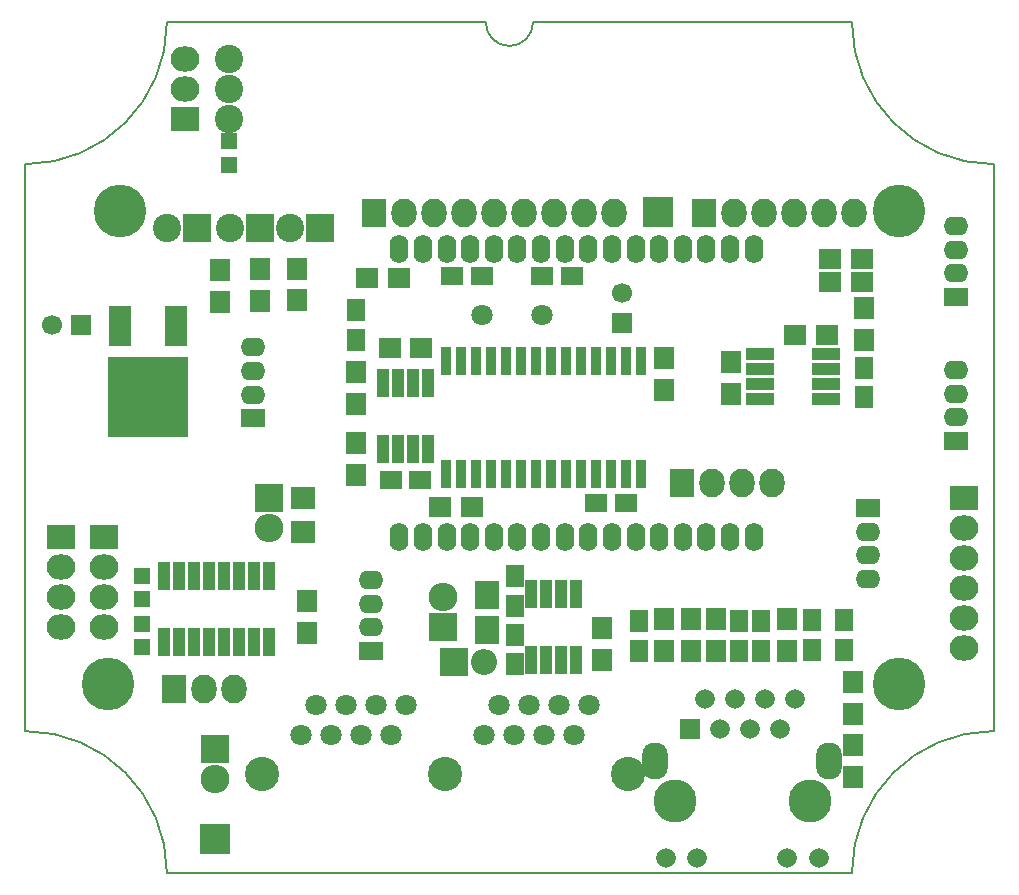
<source format=gts>
G04 #@! TF.FileFunction,Soldermask,Top*
%FSLAX46Y46*%
G04 Gerber Fmt 4.6, Leading zero omitted, Abs format (unit mm)*
G04 Created by KiCad (PCBNEW 4.0.7-e2-6376~58~ubuntu16.04.1) date Wed Jun 27 21:13:31 2018*
%MOMM*%
%LPD*%
G01*
G04 APERTURE LIST*
%ADD10C,0.100000*%
%ADD11C,0.150000*%
%ADD12O,1.600000X2.400000*%
%ADD13R,1.670000X1.670000*%
%ADD14C,1.670000*%
%ADD15C,3.650000*%
%ADD16O,2.200000X3.143200*%
%ADD17C,1.800000*%
%ADD18C,2.900000*%
%ADD19C,4.464000*%
%ADD20R,1.900000X1.650000*%
%ADD21R,1.650000X1.900000*%
%ADD22R,1.700000X1.700000*%
%ADD23C,1.700000*%
%ADD24R,2.400000X2.400000*%
%ADD25C,2.400000*%
%ADD26R,2.127200X2.432000*%
%ADD27O,2.127200X2.432000*%
%ADD28R,2.432000X2.432000*%
%ADD29O,2.432000X2.432000*%
%ADD30R,2.432000X2.127200*%
%ADD31O,2.432000X2.127200*%
%ADD32R,1.700000X1.900000*%
%ADD33R,1.900000X1.700000*%
%ADD34R,2.398980X0.999440*%
%ADD35R,0.951180X2.400000*%
%ADD36R,0.999440X2.398980*%
%ADD37R,1.400000X1.400000*%
%ADD38R,1.900000X3.400000*%
%ADD39R,6.900000X6.900000*%
%ADD40R,2.099260X1.598880*%
%ADD41O,2.099260X1.598880*%
%ADD42O,2.200000X2.200000*%
%ADD43R,2.100000X1.900000*%
%ADD44R,2.100000X2.400000*%
%ADD45R,2.635200X2.635200*%
G04 APERTURE END LIST*
D10*
D11*
X160000000Y-74000000D02*
X170000000Y-74000000D01*
X112000000Y-74000000D02*
X139000000Y-74000000D01*
X141000000Y-76000000D02*
G75*
G03X143000000Y-74000000I0J2000000D01*
G01*
X139000000Y-74000000D02*
G75*
G03X141000000Y-76000000I2000000J0D01*
G01*
X143000000Y-74000000D02*
X160000000Y-74000000D01*
X112000000Y-146000000D02*
G75*
G03X100000000Y-134000000I-12000000J0D01*
G01*
X100000000Y-86000000D02*
X100000000Y-134000000D01*
X182000000Y-86000000D02*
X182000000Y-134000000D01*
X112000000Y-146000000D02*
X170000000Y-146000000D01*
X170000000Y-74000000D02*
G75*
G03X182000000Y-86000000I12000000J0D01*
G01*
X100000000Y-86000000D02*
G75*
G03X112000000Y-74000000I0J12000000D01*
G01*
X182000000Y-134000000D02*
G75*
G03X170000000Y-146000000I0J-12000000D01*
G01*
D12*
X161685000Y-117610000D03*
X161685000Y-93210000D03*
X159685000Y-117610000D03*
X159685000Y-93210000D03*
X157685000Y-117610000D03*
X157685000Y-93210000D03*
X155685000Y-117610000D03*
X155685000Y-93210000D03*
X153685000Y-117610000D03*
X153685000Y-93210000D03*
X151685000Y-117610000D03*
X151685000Y-93210000D03*
X149685000Y-117610000D03*
X149685000Y-93210000D03*
X147685000Y-117610000D03*
X147685000Y-93210000D03*
X145685000Y-117610000D03*
X145685000Y-93210000D03*
X143685000Y-117610000D03*
X143685000Y-93210000D03*
X141685000Y-117610000D03*
X141685000Y-93210000D03*
X139685000Y-117610000D03*
X139685000Y-93210000D03*
X137685000Y-117610000D03*
X137685000Y-93210000D03*
X135685000Y-117610000D03*
X135685000Y-93210000D03*
X133685000Y-117610000D03*
X133685000Y-93210000D03*
X131685000Y-117610000D03*
X131685000Y-93210000D03*
D13*
X156273500Y-133858000D03*
D14*
X157543500Y-131318000D03*
X158813500Y-133858000D03*
X160083500Y-131318000D03*
X161353500Y-133858000D03*
X162623500Y-131318000D03*
X163893500Y-133858000D03*
X165163500Y-131318000D03*
X154241500Y-144780000D03*
X156908500Y-144780000D03*
X167195500Y-144780000D03*
X164528500Y-144780000D03*
D15*
X166433500Y-139954000D03*
X155003500Y-139954000D03*
D16*
X153352500Y-136525000D03*
X168084500Y-136525000D03*
D17*
X141351000Y-134312500D03*
X138811000Y-134312500D03*
X140081000Y-131772500D03*
X142621000Y-131772500D03*
X143891000Y-134312500D03*
X145161000Y-131772500D03*
X146431000Y-134312500D03*
X147701000Y-131772500D03*
D18*
X151006000Y-137602500D03*
D19*
X107000000Y-130000000D03*
X174000000Y-130000000D03*
X174000000Y-90000000D03*
X108000000Y-90000000D03*
D20*
X150856000Y-114681000D03*
X148356000Y-114681000D03*
D21*
X141450000Y-128350000D03*
X141450000Y-125850000D03*
D20*
X138664000Y-95504000D03*
X136164000Y-95504000D03*
X143784000Y-95504000D03*
X146284000Y-95504000D03*
D22*
X150495000Y-99441000D03*
D23*
X150495000Y-96941000D03*
D20*
X130957000Y-112776000D03*
X133457000Y-112776000D03*
D21*
X169291000Y-124607000D03*
X169291000Y-127107000D03*
X171000000Y-105750000D03*
X171000000Y-103250000D03*
X141450000Y-123400000D03*
X141450000Y-120900000D03*
X166598600Y-127132400D03*
X166598600Y-124632400D03*
X162331400Y-127183200D03*
X162331400Y-124683200D03*
X160401000Y-124683200D03*
X160401000Y-127183200D03*
X151942800Y-124683200D03*
X151942800Y-127183200D03*
D24*
X114554000Y-91440000D03*
D25*
X112014000Y-91440000D03*
D24*
X119888000Y-91440000D03*
D25*
X117348000Y-91440000D03*
D24*
X124968000Y-91440000D03*
D25*
X122428000Y-91440000D03*
D17*
X125857000Y-134312500D03*
X123317000Y-134312500D03*
X124587000Y-131772500D03*
X127127000Y-131772500D03*
X128397000Y-134312500D03*
X129667000Y-131772500D03*
X130937000Y-134312500D03*
X132207000Y-131772500D03*
D18*
X120012000Y-137602500D03*
X135512000Y-137602500D03*
D26*
X157480000Y-90170000D03*
D27*
X160020000Y-90170000D03*
X162560000Y-90170000D03*
X165100000Y-90170000D03*
X167640000Y-90170000D03*
X170180000Y-90170000D03*
D26*
X129540000Y-90170000D03*
D27*
X132080000Y-90170000D03*
X134620000Y-90170000D03*
X137160000Y-90170000D03*
X139700000Y-90170000D03*
X142240000Y-90170000D03*
X144780000Y-90170000D03*
X147320000Y-90170000D03*
X149860000Y-90170000D03*
D28*
X135382000Y-125222000D03*
D29*
X135382000Y-122682000D03*
D30*
X179451000Y-114300000D03*
D31*
X179451000Y-116840000D03*
X179451000Y-119380000D03*
X179451000Y-121920000D03*
X179451000Y-124460000D03*
X179451000Y-127000000D03*
D28*
X120650000Y-114300000D03*
D29*
X120650000Y-116840000D03*
D32*
X116484400Y-94937600D03*
X116484400Y-97637600D03*
X119888000Y-94916000D03*
X119888000Y-97616000D03*
X154051000Y-102409000D03*
X154051000Y-105109000D03*
X122999500Y-94839800D03*
X122999500Y-97539800D03*
D33*
X133557000Y-101600000D03*
X130857000Y-101600000D03*
X165150000Y-100500000D03*
X167850000Y-100500000D03*
D32*
X171000000Y-100850000D03*
X171000000Y-98150000D03*
X148800000Y-127950000D03*
X148800000Y-125250000D03*
X170053000Y-135175000D03*
X170053000Y-137875000D03*
D33*
X170850000Y-96000000D03*
X168150000Y-96000000D03*
X168150000Y-94000000D03*
X170850000Y-94000000D03*
D32*
X170053000Y-129841000D03*
X170053000Y-132541000D03*
X154051000Y-124507000D03*
X154051000Y-127207000D03*
X156337000Y-124507000D03*
X156337000Y-127207000D03*
X158521400Y-124532400D03*
X158521400Y-127232400D03*
X164465000Y-124481600D03*
X164465000Y-127181600D03*
D34*
X162206000Y-102095000D03*
X162206000Y-103365000D03*
X162206000Y-104635000D03*
X162206000Y-105905000D03*
X167794000Y-105905000D03*
X167794000Y-104635000D03*
X167794000Y-103365000D03*
X167794000Y-102095000D03*
D35*
X152146000Y-102646480D03*
X150876000Y-102646480D03*
X149606000Y-102646480D03*
X148336000Y-102646480D03*
X147066000Y-102646480D03*
X145796000Y-102646480D03*
X144526000Y-102646480D03*
X143256000Y-102646480D03*
X141986000Y-102646480D03*
X140716000Y-102646480D03*
X139446000Y-102646480D03*
X138176000Y-102646480D03*
X136906000Y-102646480D03*
X135636000Y-102646480D03*
X135636000Y-112268000D03*
X136906000Y-112268000D03*
X138176000Y-112268000D03*
X139446000Y-112268000D03*
X140716000Y-112268000D03*
X141986000Y-112268000D03*
X143256000Y-112268000D03*
X144526000Y-112268000D03*
X145796000Y-112268000D03*
X147066000Y-112268000D03*
X148336000Y-112268000D03*
X149606000Y-112268000D03*
X150876000Y-112268000D03*
X152146000Y-112268000D03*
D33*
X137850000Y-115000000D03*
X135150000Y-115000000D03*
D32*
X159766000Y-105490000D03*
X159766000Y-102790000D03*
D33*
X128973600Y-95605600D03*
X131673600Y-95605600D03*
D30*
X113538000Y-82169000D03*
D31*
X113538000Y-79629000D03*
X113538000Y-77089000D03*
D21*
X128000000Y-100850000D03*
X128000000Y-98350000D03*
D32*
X128016000Y-103624400D03*
X128016000Y-106324400D03*
X128016000Y-109648000D03*
X128016000Y-112348000D03*
D36*
X134112000Y-104521000D03*
X132842000Y-104521000D03*
X131572000Y-104521000D03*
X130302000Y-104521000D03*
X130302000Y-110109000D03*
X131572000Y-110109000D03*
X132842000Y-110109000D03*
X134112000Y-110109000D03*
X146634200Y-122377200D03*
X145364200Y-122377200D03*
X144094200Y-122377200D03*
X142824200Y-122377200D03*
X142824200Y-127965200D03*
X144094200Y-127965200D03*
X145364200Y-127965200D03*
X146634200Y-127965200D03*
D17*
X138684000Y-98806000D03*
X143764000Y-98806000D03*
D37*
X109918500Y-122856500D03*
X109918500Y-120856500D03*
X109918500Y-124920500D03*
X109918500Y-126920500D03*
X117221000Y-86055200D03*
X117221000Y-84055200D03*
D36*
X111760000Y-126492000D03*
X113030000Y-126492000D03*
X114300000Y-126492000D03*
X115570000Y-126492000D03*
X116840000Y-126492000D03*
X118110000Y-126492000D03*
X119380000Y-126492000D03*
X120650000Y-126492000D03*
X120650000Y-120904000D03*
X119380000Y-120904000D03*
X118110000Y-120904000D03*
X116840000Y-120904000D03*
X115570000Y-120904000D03*
X114300000Y-120904000D03*
X113030000Y-120904000D03*
X111760000Y-120904000D03*
D38*
X112751000Y-99736200D03*
D39*
X110363000Y-105695000D03*
D38*
X108051000Y-99686200D03*
D40*
X178816000Y-97236280D03*
D41*
X178816000Y-93233240D03*
X178816000Y-95234760D03*
X178816000Y-91234260D03*
D40*
X178816000Y-109428280D03*
D41*
X178816000Y-105425240D03*
X178816000Y-107426760D03*
X178816000Y-103426260D03*
D40*
X129270000Y-127212280D03*
D41*
X129270000Y-123209240D03*
X129270000Y-125210760D03*
X129270000Y-121210260D03*
D40*
X171323000Y-115122960D03*
D41*
X171323000Y-119126000D03*
X171323000Y-117124480D03*
X171323000Y-121124980D03*
D30*
X102997000Y-117602000D03*
D31*
X102997000Y-120142000D03*
X102997000Y-122682000D03*
X102997000Y-125222000D03*
D30*
X106680000Y-117602000D03*
D31*
X106680000Y-120142000D03*
X106680000Y-122682000D03*
X106680000Y-125222000D03*
D22*
X104749600Y-99618800D03*
D23*
X102249600Y-99618800D03*
D25*
X117221000Y-82169000D03*
X117221000Y-79629000D03*
X117221000Y-77089000D03*
D26*
X112610000Y-130450000D03*
D27*
X115150000Y-130450000D03*
X117690000Y-130450000D03*
D28*
X136300000Y-128150000D03*
D42*
X138840000Y-128150000D03*
D32*
X123850400Y-125679200D03*
X123850400Y-122979200D03*
D43*
X123494800Y-114272400D03*
X123494800Y-117172400D03*
D28*
X116078000Y-135509000D03*
D29*
X116078000Y-138049000D03*
D44*
X139090400Y-125402000D03*
X139090400Y-122502000D03*
D45*
X116078000Y-143129000D03*
X153543000Y-90043000D03*
D26*
X155638500Y-112966500D03*
D27*
X158178500Y-112966500D03*
X160718500Y-112966500D03*
X163258500Y-112966500D03*
D40*
X119253000Y-107523280D03*
D41*
X119253000Y-103520240D03*
X119253000Y-105521760D03*
X119253000Y-101521260D03*
M02*

</source>
